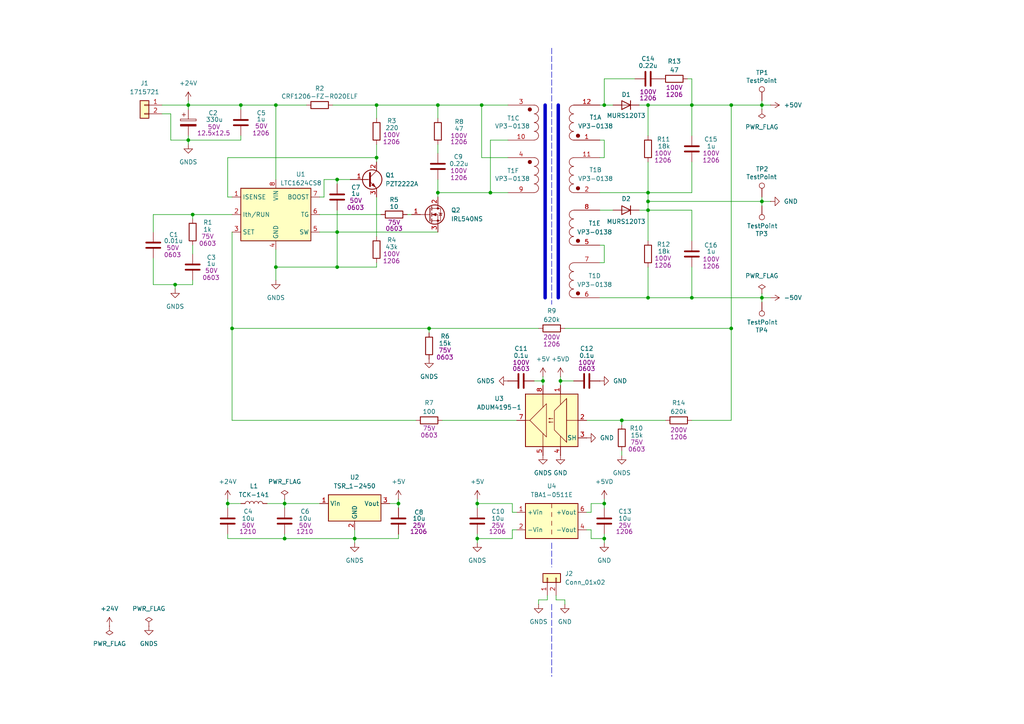
<source format=kicad_sch>
(kicad_sch (version 20231120) (generator "eeschema") (generator_version "8.0")
  (paper "A4")
  (lib_symbols
    (symbol "Connector:TestPoint" (pin_numbers hide) (pin_names (offset 0.762) hide)
      (property "Reference" "TP" (at 0 6.858 0))
      (property "Value" "TestPoint" (at 0 5.08 0))
      (symbol "TestPoint_1_1"
        (pin passive line (at 0 0 90) (length 2.54) (name "1") (number "1"))
      )
    )
    (symbol "Connector_Generic:Conn_01x02" (pin_names (offset 1.016) hide)
      (property "Reference" "J" (at 0 2.54 0))
      (property "Value" "Conn_01x02" (at 0 -5.08 0))
      (symbol "Conn_01x02_1_1"
        (pin passive line (at -5.08 0 0) (length 3.81) (name "Pin_1") (number "1"))
        (pin passive line (at -5.08 -2.54 0) (length 3.81) (name "Pin_2") (number "2"))
      )
    )
    (symbol "Converter_DCDC:TBA1-0511E"
      (property "Reference" "U" (at -6.35 6.35 0))
      (property "Value" "TBA1-0511E" (at 2.54 6.35 0))
      (symbol "TBA1-0511E_1_1"
        (pin power_in line (at -10.16 2.54 0) (length 2.54) (name "+Vin") (number "1"))
        (pin power_in line (at -10.16 -2.54 0) (length 2.54) (name "-Vin") (number "2"))
        (pin power_out line (at 10.16 -2.54 180) (length 2.54) (name "-Vout") (number "4"))
        (pin power_out line (at 10.16 2.54 180) (length 2.54) (name "+Vout") (number "6"))
      )
    )
    (symbol "Device:C" (pin_numbers hide) (pin_names (offset 0.254))
      (property "Reference" "C" (at 0.635 2.54 0))
      (property "Value" "C" (at 0.635 -2.54 0))
      (symbol "C_1_1"
        (pin passive line (at 0 3.81 270) (length 2.794) (name "~") (number "1"))
        (pin passive line (at 0 -3.81 90) (length 2.794) (name "~") (number "2"))
      )
    )
    (symbol "Device:C_Polarized" (pin_numbers hide) (pin_names (offset 0.254))
      (property "Reference" "C" (at 0.635 2.54 0))
      (property "Value" "C_Polarized" (at 0.635 -2.54 0))
      (symbol "C_Polarized_1_1"
        (pin passive line (at 0 3.81 270) (length 2.794) (name "~") (number "1"))
        (pin passive line (at 0 -3.81 90) (length 2.794) (name "~") (number "2"))
      )
    )
    (symbol "Device:D" (pin_numbers hide) (pin_names (offset 1.016) hide)
      (property "Reference" "D" (at 0 2.54 0))
      (property "Value" "D" (at 0 -2.54 0))
      (symbol "D_1_1"
        (pin passive line (at -3.81 0 0) (length 2.54) (name "K") (number "1"))
        (pin passive line (at 3.81 0 180) (length 2.54) (name "A") (number "2"))
      )
    )
    (symbol "Device:L" (pin_numbers hide) (pin_names (offset 1.016) hide)
      (property "Reference" "L" (at -1.27 0 90))
      (property "Value" "L" (at 1.905 0 90))
      (symbol "L_1_1"
        (pin passive line (at 0 3.81 270) (length 1.27) (name "1") (number "1"))
        (pin passive line (at 0 -3.81 90) (length 1.27) (name "2") (number "2"))
      )
    )
    (symbol "Device:R" (pin_numbers hide) (pin_names (offset 0))
      (property "Reference" "R" (at 2.032 0 90))
      (property "Value" "R" (at 0 0 90))
      (symbol "R_1_1"
        (pin passive line (at 0 3.81 270) (length 1.27) (name "~") (number "1"))
        (pin passive line (at 0 -3.81 90) (length 1.27) (name "~") (number "2"))
      )
    )
    (symbol "FLYBACK_LTC1624:+50V" (power) (pin_numbers hide) (pin_names (offset 0) hide)
      (property "Value" "+50V" (at 0 3.556 0))
      (symbol "+50V_1_1"
        (pin power_in line (at 0 0 90) (length 0) (name "~") (number "1"))
      )
    )
    (symbol "FLYBACK_LTC1624:-50V" (power) (pin_numbers hide) (pin_names (offset 0) hide)
      (property "Value" "-50V" (at 0 3.556 0))
      (symbol "-50V_1_1"
        (pin power_in line (at 0 0 90) (length 0) (name "~") (number "1"))
      )
    )
    (symbol "FLYBACK_LTC1624:ADUM4195-1" (pin_names (offset 0.381))
      (property "Reference" "U" (at -5.08 10.795 0))
      (property "Value" "ADUM4195-1" (at -5.08 8.89 0))
      (symbol "ADUM4195-1_1_1"
        (pin power_in line (at -2.54 10.16 270) (length 2.54) (name "") (number "1"))
        (pin input line (at -10.16 0 0) (length 2.54) (name "") (number "2"))
        (pin input line (at -10.16 -5.08 0) (length 2.54) (name "SH") (number "3"))
        (pin power_in line (at -2.54 -10.16 90) (length 2.54) (name "") (number "4"))
        (pin power_in line (at 2.54 -10.16 90) (length 2.54) (name "") (number "5"))
        (pin no_connect non_logic (at 6.35 -7.62 90) (length 2.54) hide (name "") (number "6"))
        (pin output line (at 10.16 0 180) (length 2.54) (name "") (number "7"))
        (pin power_in line (at 2.54 10.16 270) (length 2.54) (name "") (number "8"))
      )
    )
    (symbol "FLYBACK_LTC1624:VERSA-PAC"
      (property "Reference" "T" (at 0 10.414 0))
      (property "Value" "VERSA-PAC" (at 0.254 8.636 0))
      (symbol "VERSA-PAC_1_1"
        (pin passive line (at -7.62 5.08 0) (length 7.62) (name "") (number "1"))
        (pin passive line (at -7.62 -5.08 0) (length 7.62) (name "") (number "12"))
      )
      (symbol "VERSA-PAC_2_1"
        (pin passive line (at -7.62 -5.08 0) (length 7.62) (name "") (number "11"))
        (pin passive line (at -7.62 5.08 0) (length 7.62) (name "") (number "2"))
      )
      (symbol "VERSA-PAC_3_1"
        (pin passive line (at -7.62 -5.08 0) (length 7.62) (name "") (number "10"))
        (pin passive line (at -7.62 5.08 0) (length 7.62) (name "") (number "3"))
      )
      (symbol "VERSA-PAC_4_1"
        (pin passive line (at -7.62 5.08 0) (length 7.62) (name "") (number "6"))
        (pin passive line (at -7.62 -5.08 0) (length 7.62) (name "") (number "7"))
      )
      (symbol "VERSA-PAC_5_1"
        (pin passive line (at -7.62 5.08 0) (length 7.62) (name "") (number "5"))
        (pin passive line (at -7.62 -5.08 0) (length 7.62) (name "") (number "8"))
      )
      (symbol "VERSA-PAC_6_1"
        (pin passive line (at -7.62 5.08 0) (length 7.62) (name "") (number "4"))
        (pin passive line (at -7.62 -5.08 0) (length 7.62) (name "") (number "9"))
      )
    )
    (symbol "Regulator_Controller:LTC1624CS8"
      (property "Reference" "U" (at -8.89 8.89 0))
      (property "Value" "LTC1624CS8" (at 1.27 8.89 0))
      (symbol "LTC1624CS8_1_1"
        (pin input line (at -12.7 5.08 0) (length 2.54) (name "ISENSE") (number "1"))
        (pin input line (at -12.7 0 0) (length 2.54) (name "Ith/RUN") (number "2"))
        (pin input line (at -12.7 -5.08 0) (length 2.54) (name "SET") (number "3"))
        (pin power_in line (at 0 -10.16 90) (length 2.54) (name "GND") (number "4"))
        (pin input line (at 12.7 -5.08 180) (length 2.54) (name "SW") (number "5"))
        (pin open_collector line (at 12.7 0 180) (length 2.54) (name "TG") (number "6"))
        (pin output line (at 12.7 5.08 180) (length 2.54) (name "BOOST") (number "7"))
        (pin power_in line (at 0 10.16 270) (length 2.54) (name "VIN") (number "8"))
      )
    )
    (symbol "Regulator_Switching:TSR_1-2450"
      (property "Reference" "U" (at -7.62 6.35 0))
      (property "Value" "TSR_1-2450" (at -1.27 6.35 0))
      (symbol "TSR_1-2450_1_1"
        (pin power_in line (at -10.16 2.54 0) (length 2.54) (name "Vin") (number "1"))
        (pin power_in line (at 0 -5.08 90) (length 2.54) (name "GND") (number "2"))
        (pin power_out line (at 10.16 2.54 180) (length 2.54) (name "Vout") (number "3"))
      )
    )
    (symbol "Transistor_BJT:PZT2222A" (pin_names (offset 0) hide)
      (property "Reference" "Q" (at 5.08 1.905 0))
      (property "Value" "PZT2222A" (at 5.08 0 0))
      (symbol "PZT2222A_1_1"
        (pin input line (at -5.08 0 0) (length 5.08) (name "B") (number "1"))
        (pin passive line (at 2.54 5.08 270) (length 2.54) (name "C") (number "2"))
        (pin passive line (at 2.54 -5.08 90) (length 2.54) (name "E") (number "3"))
      )
    )
    (symbol "Transistor_FET:IRF540N" (pin_names hide)
      (property "Reference" "Q" (at 5.08 1.905 0))
      (property "Value" "IRF540N" (at 5.08 0 0))
      (symbol "IRF540N_1_1"
        (pin input line (at -5.08 0 0) (length 2.54) (name "G") (number "1"))
        (pin passive line (at 2.54 5.08 270) (length 2.54) (name "D") (number "2"))
        (pin passive line (at 2.54 -5.08 90) (length 2.54) (name "S") (number "3"))
      )
    )
    (symbol "power:+24V" (power) (pin_numbers hide) (pin_names (offset 0) hide)
      (property "Value" "+24V" (at 0 3.556 0))
      (symbol "+24V_1_1"
        (pin power_in line (at 0 0 90) (length 0) (name "~") (number "1"))
      )
    )
    (symbol "power:+5V" (power) (pin_numbers hide) (pin_names (offset 0) hide)
      (property "Value" "+5V" (at 0 3.556 0))
      (symbol "+5V_1_1"
        (pin power_in line (at 0 0 90) (length 0) (name "~") (number "1"))
      )
    )
    (symbol "power:+5VD" (power) (pin_numbers hide) (pin_names (offset 0) hide)
      (property "Value" "+5VD" (at 0 3.556 0))
      (symbol "+5VD_1_1"
        (pin power_in line (at 0 0 90) (length 0) (name "~") (number "1"))
      )
    )
    (symbol "power:GND" (power) (pin_numbers hide) (pin_names (offset 0) hide)
      (property "Value" "GND" (at 0 -3.81 0))
      (symbol "GND_1_1"
        (pin power_in line (at 0 0 270) (length 0) (name "~") (number "1"))
      )
    )
    (symbol "power:GNDS" (power) (pin_numbers hide) (pin_names (offset 0) hide)
      (property "Value" "GNDS" (at 0 -3.81 0))
      (symbol "GNDS_1_1"
        (pin power_in line (at 0 0 270) (length 0) (name "~") (number "1"))
      )
    )
    (symbol "power:PWR_FLAG" (power) (pin_numbers hide) (pin_names (offset 0) hide)
      (property "Value" "PWR_FLAG" (at 0 3.81 0))
      (symbol "PWR_FLAG_0_0"
        (pin power_out line (at 0 0 90) (length 0) (name "~") (number "1"))
      )
    )
  )
  (junction (at 109.22 30.48))
  (junction (at 82.55 156.21))
  (junction (at 157.48 110.49))
  (junction (at 220.98 86.36))
  (junction (at 175.26 156.21))
  (junction (at 80.01 77.47))
  (junction (at 66.04 146.05))
  (junction (at 82.55 146.05))
  (junction (at 200.66 30.48))
  (junction (at 80.01 30.48))
  (junction (at 142.24 55.88))
  (junction (at 187.96 55.88))
  (junction (at 97.79 67.31))
  (junction (at 180.34 121.92))
  (junction (at 55.88 62.23))
  (junction (at 187.96 58.42))
  (junction (at 175.26 30.48))
  (junction (at 162.56 110.49))
  (junction (at 212.09 30.48))
  (junction (at 187.96 60.96))
  (junction (at 67.31 95.25))
  (junction (at 138.43 156.21))
  (junction (at 54.61 30.48))
  (junction (at 102.87 156.21))
  (junction (at 138.43 146.05))
  (junction (at 139.7 30.48))
  (junction (at 127 55.88))
  (junction (at 97.79 77.47))
  (junction (at 50.8 82.55))
  (junction (at 200.66 86.36))
  (junction (at 69.85 30.48))
  (junction (at 220.98 30.48))
  (junction (at 175.26 146.05))
  (junction (at 127 30.48))
  (junction (at 115.57 146.05))
  (junction (at 54.61 40.64))
  (junction (at 109.22 45.72))
  (junction (at 187.96 86.36))
  (junction (at 187.96 30.48))
  (junction (at 212.09 95.25))
  (junction (at 97.79 52.07))
  (junction (at 124.46 95.25))
  (junction (at 220.98 58.42))
  (polyline (pts (xy 160.02 157.48) (xy 160.02 164.465)) (stroke (width 0) (type dash)))
  (wire (pts (xy 162.56 110.49) (xy 166.37 110.49)))
  (wire (pts (xy 109.22 30.48) (xy 127 30.48)))
  (wire (pts (xy 148.59 153.67) (xy 148.59 156.21)))
  (wire (pts (xy 82.55 144.78) (xy 82.55 146.05)))
  (wire (pts (xy 127 30.48) (xy 139.7 30.48)))
  (wire (pts (xy 44.45 62.23) (xy 55.88 62.23)))
  (polyline (pts (xy 160.02 175.26) (xy 160.02 196.215)) (stroke (width 0) (type dash)))
  (wire (pts (xy 200.66 86.36) (xy 200.66 77.47)))
  (wire (pts (xy 161.29 173.99) (xy 163.83 173.99)))
  (wire (pts (xy 220.98 57.15) (xy 220.98 58.42)))
  (wire (pts (xy 200.66 30.48) (xy 212.09 30.48)))
  (wire (pts (xy 82.55 156.21) (xy 102.87 156.21)))
  (wire (pts (xy 173.99 40.64) (xy 175.26 40.64)))
  (wire (pts (xy 170.18 121.92) (xy 180.34 121.92)))
  (wire (pts (xy 49.53 40.64) (xy 49.53 33.02)))
  (wire (pts (xy 49.53 33.02) (xy 46.99 33.02)))
  (wire (pts (xy 173.99 86.36) (xy 187.96 86.36)))
  (wire (pts (xy 220.98 30.48) (xy 223.52 30.48)))
  (wire (pts (xy 220.98 85.09) (xy 220.98 86.36)))
  (wire (pts (xy 156.21 173.99) (xy 158.75 173.99)))
  (wire (pts (xy 69.85 31.75) (xy 69.85 30.48)))
  (wire (pts (xy 92.71 62.23) (xy 110.49 62.23)))
  (wire (pts (xy 67.31 62.23) (xy 55.88 62.23)))
  (wire (pts (xy 200.66 55.88) (xy 200.66 46.99)))
  (wire (pts (xy 175.26 147.32) (xy 175.26 146.05)))
  (wire (pts (xy 80.01 52.07) (xy 80.01 30.48)))
  (wire (pts (xy 220.98 30.48) (xy 220.98 31.75)))
  (wire (pts (xy 187.96 46.99) (xy 187.96 55.88)))
  (wire (pts (xy 50.8 82.55) (xy 44.45 82.55)))
  (wire (pts (xy 138.43 144.78) (xy 138.43 146.05)))
  (wire (pts (xy 200.66 86.36) (xy 220.98 86.36)))
  (wire (pts (xy 187.96 30.48) (xy 200.66 30.48)))
  (wire (pts (xy 97.79 52.07) (xy 97.79 53.34)))
  (wire (pts (xy 138.43 156.21) (xy 138.43 154.94)))
  (wire (pts (xy 142.24 55.88) (xy 127 55.88)))
  (wire (pts (xy 187.96 77.47) (xy 187.96 86.36)))
  (wire (pts (xy 157.48 110.49) (xy 157.48 111.76)))
  (polyline (pts (xy 161.925 30.48) (xy 161.925 86.36)) (stroke (width 1)))
  (wire (pts (xy 97.79 77.47) (xy 80.01 77.47)))
  (wire (pts (xy 54.61 30.48) (xy 54.61 31.75)))
  (wire (pts (xy 200.66 22.86) (xy 200.66 30.48)))
  (wire (pts (xy 187.96 58.42) (xy 187.96 60.96)))
  (wire (pts (xy 220.98 29.21) (xy 220.98 30.48)))
  (wire (pts (xy 109.22 34.29) (xy 109.22 30.48)))
  (wire (pts (xy 82.55 146.05) (xy 92.71 146.05)))
  (wire (pts (xy 54.61 40.64) (xy 69.85 40.64)))
  (wire (pts (xy 220.98 58.42) (xy 223.52 58.42)))
  (wire (pts (xy 97.79 67.31) (xy 127 67.31)))
  (wire (pts (xy 173.99 30.48) (xy 175.26 30.48)))
  (wire (pts (xy 170.18 153.67) (xy 171.45 153.67)))
  (wire (pts (xy 67.31 57.15) (xy 66.04 57.15)))
  (wire (pts (xy 142.24 40.64) (xy 142.24 55.88)))
  (wire (pts (xy 66.04 144.78) (xy 66.04 146.05)))
  (wire (pts (xy 220.98 58.42) (xy 220.98 59.69)))
  (wire (pts (xy 187.96 60.96) (xy 187.96 69.85)))
  (wire (pts (xy 93.98 52.07) (xy 97.79 52.07)))
  (wire (pts (xy 67.31 95.25) (xy 124.46 95.25)))
  (wire (pts (xy 161.29 172.72) (xy 161.29 173.99)))
  (wire (pts (xy 142.24 55.88) (xy 147.32 55.88)))
  (wire (pts (xy 102.87 156.21) (xy 115.57 156.21)))
  (wire (pts (xy 148.59 156.21) (xy 138.43 156.21)))
  (wire (pts (xy 180.34 121.92) (xy 180.34 123.19)))
  (wire (pts (xy 69.85 30.48) (xy 80.01 30.48)))
  (wire (pts (xy 175.26 146.05) (xy 171.45 146.05)))
  (wire (pts (xy 187.96 30.48) (xy 187.96 39.37)))
  (wire (pts (xy 187.96 55.88) (xy 187.96 58.42)))
  (wire (pts (xy 44.45 67.31) (xy 44.45 62.23)))
  (wire (pts (xy 109.22 77.47) (xy 109.22 76.2)))
  (wire (pts (xy 67.31 95.25) (xy 67.31 121.92)))
  (wire (pts (xy 163.83 173.99) (xy 163.83 175.26)))
  (wire (pts (xy 80.01 77.47) (xy 80.01 81.28)))
  (wire (pts (xy 82.55 156.21) (xy 82.55 154.94)))
  (wire (pts (xy 148.59 146.05) (xy 148.59 148.59)))
  (wire (pts (xy 149.86 121.92) (xy 128.27 121.92)))
  (wire (pts (xy 147.32 45.72) (xy 139.7 45.72)))
  (wire (pts (xy 187.96 58.42) (xy 220.98 58.42)))
  (wire (pts (xy 171.45 153.67) (xy 171.45 156.21)))
  (wire (pts (xy 127 34.29) (xy 127 30.48)))
  (wire (pts (xy 139.7 45.72) (xy 139.7 30.48)))
  (wire (pts (xy 173.99 45.72) (xy 175.26 45.72)))
  (wire (pts (xy 102.87 153.67) (xy 102.87 156.21)))
  (wire (pts (xy 93.98 57.15) (xy 93.98 52.07)))
  (wire (pts (xy 54.61 39.37) (xy 54.61 40.64)))
  (wire (pts (xy 185.42 30.48) (xy 187.96 30.48)))
  (wire (pts (xy 66.04 57.15) (xy 66.04 45.72)))
  (wire (pts (xy 185.42 60.96) (xy 187.96 60.96)))
  (wire (pts (xy 173.99 60.96) (xy 177.8 60.96)))
  (wire (pts (xy 109.22 41.91) (xy 109.22 45.72)))
  (wire (pts (xy 138.43 146.05) (xy 148.59 146.05)))
  (wire (pts (xy 92.71 57.15) (xy 93.98 57.15)))
  (wire (pts (xy 180.34 121.92) (xy 193.04 121.92)))
  (wire (pts (xy 220.98 86.36) (xy 220.98 87.63)))
  (wire (pts (xy 55.88 73.66) (xy 55.88 71.12)))
  (wire (pts (xy 180.34 130.81) (xy 180.34 132.08)))
  (wire (pts (xy 163.83 95.25) (xy 212.09 95.25)))
  (wire (pts (xy 212.09 95.25) (xy 212.09 121.92)))
  (wire (pts (xy 200.66 39.37) (xy 200.66 30.48)))
  (wire (pts (xy 55.88 82.55) (xy 50.8 82.55)))
  (wire (pts (xy 69.85 146.05) (xy 66.04 146.05)))
  (wire (pts (xy 171.45 146.05) (xy 171.45 148.59)))
  (wire (pts (xy 124.46 95.25) (xy 124.46 96.52)))
  (wire (pts (xy 109.22 45.72) (xy 109.22 46.99)))
  (polyline (pts (xy 158.115 30.48) (xy 158.115 86.36)) (stroke (width 1)))
  (wire (pts (xy 97.79 77.47) (xy 109.22 77.47)))
  (wire (pts (xy 173.99 71.12) (xy 175.26 71.12)))
  (wire (pts (xy 138.43 156.21) (xy 138.43 157.48)))
  (wire (pts (xy 109.22 57.15) (xy 109.22 68.58)))
  (wire (pts (xy 55.88 63.5) (xy 55.88 62.23)))
  (wire (pts (xy 187.96 55.88) (xy 200.66 55.88)))
  (wire (pts (xy 175.26 76.2) (xy 175.26 71.12)))
  (wire (pts (xy 127 55.88) (xy 127 52.07)))
  (wire (pts (xy 80.01 77.47) (xy 80.01 72.39)))
  (wire (pts (xy 69.85 40.64) (xy 69.85 39.37)))
  (wire (pts (xy 115.57 144.78) (xy 115.57 146.05)))
  (wire (pts (xy 55.88 81.28) (xy 55.88 82.55)))
  (wire (pts (xy 162.56 110.49) (xy 162.56 111.76)))
  (wire (pts (xy 113.03 146.05) (xy 115.57 146.05)))
  (wire (pts (xy 127 44.45) (xy 127 41.91)))
  (wire (pts (xy 175.26 156.21) (xy 175.26 154.94)))
  (wire (pts (xy 96.52 30.48) (xy 109.22 30.48)))
  (wire (pts (xy 50.8 82.55) (xy 50.8 83.82)))
  (wire (pts (xy 102.87 156.21) (xy 102.87 157.48)))
  (wire (pts (xy 175.26 30.48) (xy 177.8 30.48)))
  (wire (pts (xy 200.66 121.92) (xy 212.09 121.92)))
  (wire (pts (xy 54.61 40.64) (xy 54.61 41.91)))
  (wire (pts (xy 199.39 22.86) (xy 200.66 22.86)))
  (wire (pts (xy 139.7 30.48) (xy 147.32 30.48)))
  (wire (pts (xy 175.26 144.78) (xy 175.26 146.05)))
  (wire (pts (xy 187.96 86.36) (xy 200.66 86.36)))
  (wire (pts (xy 173.99 76.2) (xy 175.26 76.2)))
  (wire (pts (xy 82.55 147.32) (xy 82.55 146.05)))
  (wire (pts (xy 54.61 30.48) (xy 69.85 30.48)))
  (wire (pts (xy 120.65 121.92) (xy 67.31 121.92)))
  (wire (pts (xy 97.79 67.31) (xy 97.79 77.47)))
  (wire (pts (xy 115.57 154.94) (xy 115.57 156.21)))
  (wire (pts (xy 46.99 30.48) (xy 54.61 30.48)))
  (wire (pts (xy 157.48 109.22) (xy 157.48 110.49)))
  (wire (pts (xy 158.75 172.72) (xy 158.75 173.99)))
  (wire (pts (xy 220.98 86.36) (xy 223.52 86.36)))
  (wire (pts (xy 138.43 147.32) (xy 138.43 146.05)))
  (wire (pts (xy 148.59 148.59) (xy 149.86 148.59)))
  (wire (pts (xy 66.04 146.05) (xy 66.04 147.32)))
  (wire (pts (xy 66.04 45.72) (xy 109.22 45.72)))
  (wire (pts (xy 171.45 156.21) (xy 175.26 156.21)))
  (wire (pts (xy 212.09 95.25) (xy 212.09 30.48)))
  (wire (pts (xy 154.94 110.49) (xy 157.48 110.49)))
  (wire (pts (xy 147.32 40.64) (xy 142.24 40.64)))
  (wire (pts (xy 115.57 146.05) (xy 115.57 147.32)))
  (wire (pts (xy 175.26 22.86) (xy 184.15 22.86)))
  (wire (pts (xy 171.45 148.59) (xy 170.18 148.59)))
  (wire (pts (xy 66.04 154.94) (xy 66.04 156.21)))
  (wire (pts (xy 156.21 175.26) (xy 156.21 173.99)))
  (wire (pts (xy 97.79 52.07) (xy 101.6 52.07)))
  (wire (pts (xy 175.26 156.21) (xy 175.26 157.48)))
  (wire (pts (xy 124.46 95.25) (xy 156.21 95.25)))
  (wire (pts (xy 127 55.88) (xy 127 57.15)))
  (wire (pts (xy 162.56 109.22) (xy 162.56 110.49)))
  (wire (pts (xy 200.66 60.96) (xy 187.96 60.96)))
  (wire (pts (xy 200.66 69.85) (xy 200.66 60.96)))
  (wire (pts (xy 149.86 153.67) (xy 148.59 153.67)))
  (wire (pts (xy 67.31 95.25) (xy 67.31 67.31)))
  (wire (pts (xy 54.61 40.64) (xy 49.53 40.64)))
  (wire (pts (xy 97.79 67.31) (xy 92.71 67.31)))
  (wire (pts (xy 118.11 62.23) (xy 119.38 62.23)))
  (wire (pts (xy 173.99 55.88) (xy 187.96 55.88)))
  (wire (pts (xy 54.61 29.21) (xy 54.61 30.48)))
  (wire (pts (xy 80.01 30.48) (xy 88.9 30.48)))
  (wire (pts (xy 175.26 30.48) (xy 175.26 22.86)))
  (wire (pts (xy 44.45 74.93) (xy 44.45 82.55)))
  (wire (pts (xy 97.79 60.96) (xy 97.79 67.31)))
  (wire (pts (xy 77.47 146.05) (xy 82.55 146.05)))
  (wire (pts (xy 175.26 45.72) (xy 175.26 40.64)))
  (wire (pts (xy 82.55 156.21) (xy 66.04 156.21)))
  (polyline (pts (xy 160.02 13.97) (xy 160.02 88.265)) (stroke (width 0) (type dash)))
  (wire (pts (xy 212.09 30.48) (xy 220.98 30.48)))
  (symbol (lib_id "Device:R") (at 180.34 127 180) (unit 1)
    (property "Reference" "R10" (at 182.626 124.206 0) (effects (justify right)))
    (property "Value" "15k" (at 182.88 126.2379 0) (effects (justify right)))
    (property "Footprint" "Resistor_SMD:R_0603_1608Metric_Pad0.98x0.95mm_HandSolder" (effects (hide yes)))
    (property "Description" "Resistor" (effects (hide yes)))
    (property "Voltage" "75V" (at 184.658 128.27 0))
    (property "Package" "0603" (at 184.658 130.302 0))
  )
  (symbol (lib_id "Device:C") (at 170.18 110.49 90) (unit 1)
    (property "Reference" "C12" (at 170.18 101.092 90))
    (property "Value" "0.1u" (at 170.18 103.124 90))
    (property "Footprint" "Capacitor_SMD:C_0603_1608Metric_Pad1.08x0.95mm_HandSolder" (effects (hide yes)))
    (property "Description" "Unpolarized capacitor" (effects (hide yes)))
    (property "Voltage" "100V" (at 170.18 105.156 90))
    (property "Package" "0603" (at 170.18 106.934 90))
  )
  (symbol (lib_id "FLYBACK_LTC1624:-50V") (at 223.52 86.36 270) (unit 1)
    (property "Reference" "#PWR027" (effects (hide yes)))
    (property "Value" "-50V" (at 227.33 86.3599 90) (effects (justify left)))
    (property "Description" "Power symbol" (effects (hide yes)))
  )
  (symbol (lib_id "Regulator_Switching:TSR_1-2450") (at 102.87 148.59 0) (unit 1)
    (property "Reference" "U2" (at 102.87 138.43 0))
    (property "Value" "TSR_1-2450" (at 102.87 140.97 0))
    (property "Footprint" "Converter_DCDC:Converter_DCDC_TRACO_TSR-1_THT" (effects (hide yes)))
    (property "Datasheet" "http://www.tracopower.com/products/tsr1.pdf" (effects (hide yes)))
    (property "Description" "1A step-down regulator module, fixed 5V output voltage, 5-36V input voltage, -40°C to +85°C temperature range, TO-220 compatible LM78xx replacement" (effects (hide yes)))
  )
  (symbol (lib_id "power:GNDS") (at 80.01 81.28 0) (unit 1)
    (property "Reference" "#PWR07" (effects (hide yes)))
    (property "Value" "GNDS" (at 80.01 86.36 0))
    (property "Description" "Power symbol creates a global label with name \"GNDS\" , signal ground" (effects (hide yes)))
  )
  (symbol (lib_id "Connector_Generic:Conn_01x02") (at 158.75 167.64 90) (unit 1)
    (property "Reference" "J2" (at 163.83 166.3699 90) (effects (justify right)))
    (property "Value" "Conn_01x02" (at 163.83 168.9099 90) (effects (justify right)))
    (property "Footprint" "Connector_PinHeader_2.54mm:PinHeader_1x02_P2.54mm_Vertical" (effects (hide yes)))
    (property "Description" "Generic connector, single row, 01x02, script generated (kicad-library-utils/schlib/autogen/connector/)" (effects (hide yes)))
  )
  (symbol (lib_id "Device:C") (at 187.96 22.86 90) (unit 1)
    (property "Reference" "C14" (at 187.96 17.018 90))
    (property "Value" "0.22u" (at 187.96 19.05 90))
    (property "Footprint" "Capacitor_SMD:C_1206_3216Metric_Pad1.33x1.80mm_HandSolder" (effects (hide yes)))
    (property "Description" "Unpolarized capacitor" (effects (hide yes)))
    (property "Voltage" "100V" (at 187.96 26.67 90))
    (property "Package" "1206" (at 187.96 28.448 90))
  )
  (symbol (lib_id "Device:L") (at 73.66 146.05 90) (unit 1)
    (property "Reference" "L1" (at 73.66 140.97 90))
    (property "Value" "TCK-141" (at 73.66 143.51 90))
    (property "Footprint" "FLYBACK_LTC1624:TCK-141" (effects (hide yes)))
    (property "Description" "Inductor" (effects (hide yes)))
  )
  (symbol (lib_id "power:GND") (at 175.26 157.48 0) (unit 1)
    (property "Reference" "#PWR023" (effects (hide yes)))
    (property "Value" "GND" (at 175.26 162.56 0))
    (property "Description" "Power symbol creates a global label with name \"GND\" , ground" (effects (hide yes)))
  )
  (symbol (lib_id "power:GNDS") (at 138.43 157.48 0) (unit 1)
    (property "Reference" "#PWR012" (effects (hide yes)))
    (property "Value" "GNDS" (at 138.43 162.56 0))
    (property "Description" "Power symbol creates a global label with name \"GNDS\" , signal ground" (effects (hide yes)))
  )
  (symbol (lib_id "Connector:TestPoint") (at 220.98 87.63 180) (unit 1)
    (property "Reference" "TP4" (at 222.758 95.758 0) (effects (justify left)))
    (property "Value" "TestPoint" (at 225.552 93.472 0) (effects (justify left)))
    (property "Footprint" "TestPoint:TestPoint_THTPad_D3.0mm_Drill1.5mm" (effects (hide yes)))
    (property "Description" "test point" (effects (hide yes)))
  )
  (symbol (lib_id "power:PWR_FLAG") (at 220.98 85.09 0) (unit 1)
    (property "Reference" "#FLG05" (effects (hide yes)))
    (property "Value" "PWR_FLAG" (at 220.98 80.01 0))
    (property "Description" "Special symbol for telling ERC where power comes from" (effects (hide yes)))
  )
  (symbol (lib_id "Device:R") (at 196.85 121.92 90) (unit 1)
    (property "Reference" "R14" (at 196.85 116.84 90))
    (property "Value" "620k" (at 196.85 119.38 90))
    (property "Footprint" "Resistor_SMD:R_1206_3216Metric_Pad1.30x1.75mm_HandSolder" (effects (hide yes)))
    (property "Description" "Resistor" (effects (hide yes)))
    (property "Voltage" "200V" (at 196.85 124.714 90))
    (property "Package" "1206" (at 196.85 126.746 90))
  )
  (symbol (lib_id "Device:R") (at 124.46 100.33 180) (unit 1)
    (property "Reference" "R6" (at 127.762 97.536 0) (effects (justify right)))
    (property "Value" "15k" (at 127.254 99.568 0) (effects (justify right)))
    (property "Footprint" "Resistor_SMD:R_0603_1608Metric_Pad0.98x0.95mm_HandSolder" (effects (hide yes)))
    (property "Description" "Resistor" (effects (hide yes)))
    (property "Voltage" "75V" (at 129.032 101.6 0))
    (property "Package" "0603" (at 129.032 103.632 0))
  )
  (symbol (lib_id "power:PWR_FLAG") (at 43.18 181.61 0) (unit 1)
    (property "Reference" "#FLG02" (effects (hide yes)))
    (property "Value" "PWR_FLAG" (at 43.18 176.53 0))
    (property "Description" "Special symbol for telling ERC where power comes from" (effects (hide yes)))
  )
  (symbol (lib_id "power:+5V") (at 115.57 144.78 0) (unit 1)
    (property "Reference" "#PWR09" (effects (hide yes)))
    (property "Value" "+5V" (at 115.57 139.7 0))
    (property "Description" "Power symbol creates a global label with name \"+5V\"" (effects (hide yes)))
  )
  (symbol (lib_id "power:PWR_FLAG") (at 31.75 181.61 180) (unit 1)
    (property "Reference" "#FLG01" (effects (hide yes)))
    (property "Value" "PWR_FLAG" (at 31.75 186.69 0))
    (property "Description" "Special symbol for telling ERC where power comes from" (effects (hide yes)))
  )
  (symbol (lib_id "power:GNDS") (at 54.61 41.91 0) (unit 1)
    (property "Reference" "#PWR05" (effects (hide yes)))
    (property "Value" "GNDS" (at 54.61 46.99 0))
    (property "Description" "Power symbol creates a global label with name \"GNDS\" , signal ground" (effects (hide yes)))
  )
  (symbol (lib_id "power:GNDS") (at 147.32 110.49 270) (unit 1)
    (property "Reference" "#PWR013" (effects (hide yes)))
    (property "Value" "GNDS" (at 143.51 110.4899 90) (effects (justify right)))
    (property "Description" "Power symbol creates a global label with name \"GNDS\" , signal ground" (effects (hide yes)))
  )
  (symbol (lib_id "power:GND") (at 170.18 127 90) (unit 1)
    (property "Reference" "#PWR020" (effects (hide yes)))
    (property "Value" "GND" (at 173.99 126.9999 90) (effects (justify right)))
    (property "Description" "Power symbol creates a global label with name \"GND\" , ground" (effects (hide yes)))
  )
  (symbol (lib_id "FLYBACK_LTC1624:VERSA-PAC") (at 166.37 81.28 180) (unit 4)
    (property "Reference" "T1" (at 172.466 80.01 0))
    (property "Value" "VP3-0138" (at 172.466 82.55 0))
    (property "Footprint" "FLYBACK_LTC1624:VP3" (effects (hide yes)))
    (property "Datasheet" "https://products.sumida.com/products/pdf/CEFD2010(0399-T208)_Ver1.0_E.pdf" (effects (hide yes)))
    (property "Description" "VERSA-PAC® Inductors and Transformers (Surface Mount)" (effects (hide yes)))
  )
  (symbol (lib_id "FLYBACK_LTC1624:VERSA-PAC") (at 154.94 50.8 0) (unit 6)
    (property "Reference" "T1" (at 147.066 49.53 0) (effects (justify left)))
    (property "Value" "VP3-0138" (at 143.51 51.816 0) (effects (justify left)))
    (property "Footprint" "FLYBACK_LTC1624:VP3" (effects (hide yes)))
    (property "Datasheet" "https://products.sumida.com/products/pdf/CEFD2010(0399-T208)_Ver1.0_E.pdf" (effects (hide yes)))
    (property "Description" "VERSA-PAC® Inductors and Transformers (Surface Mount)" (effects (hide yes)))
  )
  (symbol (lib_id "FLYBACK_LTC1624:+50V") (at 223.52 30.48 270) (unit 1)
    (property "Reference" "#PWR025" (effects (hide yes)))
    (property "Value" "+50V" (at 227.33 30.4799 90) (effects (justify left)))
    (property "Description" "Power symbol" (effects (hide yes)))
  )
  (symbol (lib_id "Device:C") (at 127 48.26 0) (unit 1)
    (property "Reference" "C9" (at 131.572 45.466 0) (effects (justify left)))
    (property "Value" "0.22u" (at 130.302 47.498 0) (effects (justify left)))
    (property "Footprint" "Capacitor_SMD:C_1206_3216Metric_Pad1.33x1.80mm_HandSolder" (effects (hide yes)))
    (property "Description" "Unpolarized capacitor" (effects (hide yes)))
    (property "Voltage" "100V" (at 130.556 49.53 0) (effects (justify left)))
    (property "Package" "1206" (at 130.556 51.562 0) (effects (justify left)))
  )
  (symbol (lib_id "Transistor_FET:IRF540N") (at 124.46 62.23 0) (unit 1)
    (property "Reference" "Q2" (at 130.81 60.9599 0) (effects (justify left)))
    (property "Value" "IRL540NS" (at 130.81 63.4999 0) (effects (justify left)))
    (property "Footprint" "Package_TO_SOT_SMD:TO-263-2" (effects (hide yes)))
    (property "Datasheet" "http://www.irf.com/product-info/datasheets/data/irf540n.pdf" (effects (hide yes)))
    (property "Description" "33A Id, 100V Vds, HEXFET N-Channel MOSFET, TO-220" (effects (hide yes)))
  )
  (symbol (lib_id "power:GNDS") (at 43.18 181.61 0) (unit 1)
    (property "Reference" "#PWR02" (effects (hide yes)))
    (property "Value" "GNDS" (at 43.18 186.69 0))
    (property "Description" "Power symbol creates a global label with name \"GNDS\" , signal ground" (effects (hide yes)))
  )
  (symbol (lib_id "Regulator_Controller:LTC1624CS8") (at 80.01 62.23 0) (unit 1)
    (property "Reference" "U1" (at 85.852 50.546 0) (effects (justify left)))
    (property "Value" "LTC1624CS8" (at 81.28 53.086 0) (effects (justify left)))
    (property "Footprint" "Package_SO:SOIC-8_3.9x4.9mm_P1.27mm" (effects (hide yes)))
    (property "Datasheet" "https://www.analog.com/media/en/technical-documentation/data-sheets/1624f.pdf" (effects (hide yes)))
    (property "Description" "High Efficiency N-Channel Switching Regulator Controller, SOIC-8" (effects (hide yes)))
  )
  (symbol (lib_id "Connector:TestPoint") (at 220.98 29.21 0) (unit 1)
    (property "Reference" "TP1" (at 219.202 21.082 0) (effects (justify left)))
    (property "Value" "TestPoint" (at 216.408 23.368 0) (effects (justify left)))
    (property "Footprint" "TestPoint:TestPoint_THTPad_D3.0mm_Drill1.5mm" (effects (hide yes)))
    (property "Description" "test point" (effects (hide yes)))
  )
  (symbol (lib_id "Device:C") (at 115.57 151.13 0) (unit 1)
    (property "Reference" "C8" (at 120.142 148.59 0) (effects (justify left)))
    (property "Value" "10u" (at 119.634 150.368 0) (effects (justify left)))
    (property "Footprint" "Capacitor_SMD:C_1206_3216Metric_Pad1.33x1.80mm_HandSolder" (effects (hide yes)))
    (property "Description" "Unpolarized capacitor" (effects (hide yes)))
    (property "Voltage" "25V" (at 119.634 152.4 0) (effects (justify left)))
    (property "Package" "1206" (at 118.872 154.178 0) (effects (justify left)))
  )
  (symbol (lib_id "power:GND") (at 163.83 175.26 0) (unit 1)
    (property "Reference" "#PWR019" (effects (hide yes)))
    (property "Value" "GND" (at 163.83 180.34 0))
    (property "Description" "Power symbol creates a global label with name \"GND\" , ground" (effects (hide yes)))
  )
  (symbol (lib_id "Device:R") (at 109.22 38.1 0) (unit 1)
    (property "Reference" "R3" (at 112.268 35.052 0) (effects (justify left)))
    (property "Value" "220" (at 111.76 37.0839 0) (effects (justify left)))
    (property "Footprint" "Resistor_SMD:R_1206_3216Metric_Pad1.30x1.75mm_HandSolder" (effects (hide yes)))
    (property "Description" "Resistor" (effects (hide yes)))
    (property "Voltage" "100V" (at 113.538 39.116 0))
    (property "Package" "1206" (at 113.538 41.148 0))
  )
  (symbol (lib_id "power:+5VD") (at 162.56 109.22 0) (unit 1)
    (property "Reference" "#PWR017" (effects (hide yes)))
    (property "Value" "+5VD" (at 162.56 104.14 0))
    (property "Description" "Power symbol creates a global label with name \"+5VD\"" (effects (hide yes)))
  )
  (symbol (lib_id "power:+24V") (at 54.61 29.21 0) (unit 1)
    (property "Reference" "#PWR04" (effects (hide yes)))
    (property "Value" "+24V" (at 54.61 24.13 0))
    (property "Description" "Power symbol creates a global label with name \"+24V\"" (effects (hide yes)))
  )
  (symbol (lib_id "Device:R") (at 109.22 72.39 0) (unit 1)
    (property "Reference" "R4" (at 112.268 69.596 0) (effects (justify left)))
    (property "Value" "43k" (at 111.76 71.628 0) (effects (justify left)))
    (property "Footprint" "Resistor_SMD:R_1206_3216Metric_Pad1.30x1.75mm_HandSolder" (effects (hide yes)))
    (property "Description" "Resistor" (effects (hide yes)))
    (property "Voltage" "100V" (at 113.538 73.66 0))
    (property "Package" "1206" (at 113.538 75.692 0))
  )
  (symbol (lib_id "FLYBACK_LTC1624:VERSA-PAC") (at 166.37 35.56 180) (unit 1)
    (property "Reference" "T1" (at 172.72 34.036 0))
    (property "Value" "VP3-0138" (at 172.72 36.576 0))
    (property "Footprint" "FLYBACK_LTC1624:VP3" (effects (hide yes)))
    (property "Datasheet" "https://products.sumida.com/products/pdf/CEFD2010(0399-T208)_Ver1.0_E.pdf" (effects (hide yes)))
    (property "Description" "VERSA-PAC® Inductors and Transformers (Surface Mount)" (effects (hide yes)))
  )
  (symbol (lib_id "Device:R") (at 187.96 73.66 0) (unit 1)
    (property "Reference" "R12" (at 190.5 70.866 0) (effects (justify left)))
    (property "Value" "18k" (at 190.754 72.898 0) (effects (justify left)))
    (property "Footprint" "Resistor_SMD:R_1206_3216Metric_Pad1.30x1.75mm_HandSolder" (effects (hide yes)))
    (property "Description" "Resistor" (effects (hide yes)))
    (property "Voltage" "100V" (at 192.278 74.93 0))
    (property "Package" "1206" (at 192.278 76.962 0))
  )
  (symbol (lib_id "Device:C") (at 200.66 43.18 0) (unit 1)
    (property "Reference" "C15" (at 204.216 40.386 0) (effects (justify left)))
    (property "Value" "1u" (at 204.978 42.418 0) (effects (justify left)))
    (property "Footprint" "Capacitor_SMD:C_1206_3216Metric_Pad1.33x1.80mm_HandSolder" (effects (hide yes)))
    (property "Description" "Unpolarized capacitor" (effects (hide yes)))
    (property "Voltage" "100V" (at 206.248 44.45 0))
    (property "Package" "1206" (at 206.248 46.482 0))
  )
  (symbol (lib_id "power:GNDS") (at 124.46 104.14 0) (unit 1)
    (property "Reference" "#PWR010" (effects (hide yes)))
    (property "Value" "GNDS" (at 124.46 109.22 0))
    (property "Description" "Power symbol creates a global label with name \"GNDS\" , signal ground" (effects (hide yes)))
  )
  (symbol (lib_id "Device:R") (at 127 38.1 0) (unit 1)
    (property "Reference" "R8" (at 131.826 35.306 0) (effects (justify left)))
    (property "Value" "47" (at 131.826 37.338 0) (effects (justify left)))
    (property "Footprint" "Resistor_SMD:R_1206_3216Metric_Pad1.30x1.75mm_HandSolder" (effects (hide yes)))
    (property "Description" "Resistor" (effects (hide yes)))
    (property "Voltage" "100V" (at 133.096 39.37 0))
    (property "Package" "1206" (at 133.096 41.148 0))
  )
  (symbol (lib_id "power:GNDS") (at 156.21 175.26 0) (unit 1)
    (property "Reference" "#PWR014" (effects (hide yes)))
    (property "Value" "GNDS" (at 156.21 180.34 0))
    (property "Description" "Power symbol creates a global label with name \"GNDS\" , signal ground" (effects (hide yes)))
  )
  (symbol (lib_id "FLYBACK_LTC1624:VERSA-PAC") (at 166.37 50.8 180) (unit 2)
    (property "Reference" "T1" (at 172.72 49.276 0))
    (property "Value" "VP3-0138" (at 172.72 51.816 0))
    (property "Footprint" "FLYBACK_LTC1624:VP3" (effects (hide yes)))
    (property "Datasheet" "https://products.sumida.com/products/pdf/CEFD2010(0399-T208)_Ver1.0_E.pdf" (effects (hide yes)))
    (property "Description" "VERSA-PAC® Inductors and Transformers (Surface Mount)" (effects (hide yes)))
  )
  (symbol (lib_id "power:+24V") (at 31.75 181.61 0) (unit 1)
    (property "Reference" "#PWR01" (effects (hide yes)))
    (property "Value" "+24V" (at 31.75 176.53 0))
    (property "Description" "Power symbol creates a global label with name \"+24V\"" (effects (hide yes)))
  )
  (symbol (lib_id "Device:R") (at 195.58 22.86 90) (unit 1)
    (property "Reference" "R13" (at 195.58 17.78 90))
    (property "Value" "47" (at 195.58 20.32 90))
    (property "Footprint" "Resistor_SMD:R_1206_3216Metric_Pad1.30x1.75mm_HandSolder" (effects (hide yes)))
    (property "Description" "Resistor" (effects (hide yes)))
    (property "Voltage" "100V" (at 195.58 25.4 90))
    (property "Package" "1206" (at 195.58 27.432 90))
  )
  (symbol (lib_id "power:GND") (at 162.56 132.08 0) (unit 1)
    (property "Reference" "#PWR018" (effects (hide yes)))
    (property "Value" "GND" (at 162.56 137.16 0))
    (property "Description" "Power symbol creates a global label with name \"GND\" , ground" (effects (hide yes)))
  )
  (symbol (lib_id "Device:C") (at 69.85 35.56 0) (unit 1)
    (property "Reference" "C5" (at 74.422 32.766 0) (effects (justify left)))
    (property "Value" "1u" (at 74.422 34.544 0) (effects (justify left)))
    (property "Footprint" "Capacitor_SMD:C_1206_3216Metric_Pad1.33x1.80mm_HandSolder" (effects (hide yes)))
    (property "Description" "Unpolarized capacitor" (effects (hide yes)))
    (property "Voltage" "50V" (at 73.914 36.576 0) (effects (justify left)))
    (property "Package" "1206" (at 73.152 38.608 0) (effects (justify left)))
  )
  (symbol (lib_id "Device:C") (at 44.45 71.12 0) (unit 1)
    (property "Reference" "C1" (at 49.022 68.072 0) (effects (justify left)))
    (property "Value" "0.01u" (at 47.498 69.85 0) (effects (justify left)))
    (property "Footprint" "Capacitor_SMD:C_0603_1608Metric_Pad1.08x0.95mm_HandSolder" (effects (hide yes)))
    (property "Description" "Unpolarized capacitor" (effects (hide yes)))
    (property "Voltage" "50V" (at 48.26 71.882 0) (effects (justify left)))
    (property "Package" "0603" (at 47.498 73.914 0) (effects (justify left)))
  )
  (symbol (lib_id "Converter_DCDC:TBA1-0511E") (at 160.02 151.13 0) (unit 1)
    (property "Reference" "U4" (at 160.02 140.97 0))
    (property "Value" "TBA1-0511E" (at 160.02 143.51 0))
    (property "Footprint" "Converter_DCDC:Converter_DCDC_TRACO_TBA1-xxxxE_Single_THT" (effects (hide yes)))
    (property "Datasheet" "https://www.tracopower.com/products/tba1e.pdf" (effects (hide yes)))
    (property "Description" "1W DC/DC converter unregulated, 4.5-5.5V input, 5V fixed output voltage, 200mA output, 1.5kVDC isolation, SIP-7" (effects (hide yes)))
  )
  (symbol (lib_id "Transistor_BJT:PZT2222A") (at 106.68 52.07 0) (unit 1)
    (property "Reference" "Q1" (at 111.76 50.7999 0) (effects (justify left)))
    (property "Value" "PZT2222A" (at 111.76 53.3399 0) (effects (justify left)))
    (property "Footprint" "Package_TO_SOT_SMD:SOT-223-3_TabPin2" (effects (hide yes)))
    (property "Datasheet" "https://www.onsemi.com/pub/Collateral/PN2222-D.PDF" (effects (hide yes)))
    (property "Description" "1A Ic, 40V Vce, NPN Transistor, General Purpose Transistor, SOT-223" (effects (hide yes)))
  )
  (symbol (lib_id "power:+5V") (at 157.48 109.22 0) (unit 1)
    (property "Reference" "#PWR015" (effects (hide yes)))
    (property "Value" "+5V" (at 157.48 104.14 0))
    (property "Description" "Power symbol creates a global label with name \"+5V\"" (effects (hide yes)))
  )
  (symbol (lib_id "power:PWR_FLAG") (at 220.98 31.75 180) (unit 1)
    (property "Reference" "#FLG04" (effects (hide yes)))
    (property "Value" "PWR_FLAG" (at 220.98 36.83 0))
    (property "Description" "Special symbol for telling ERC where power comes from" (effects (hide yes)))
  )
  (symbol (lib_id "Device:C") (at 55.88 77.47 0) (unit 1)
    (property "Reference" "C3" (at 59.944 74.676 0) (effects (justify left)))
    (property "Value" "1u" (at 59.944 76.454 0) (effects (justify left)))
    (property "Footprint" "Capacitor_SMD:C_0603_1608Metric_Pad1.08x0.95mm_HandSolder" (effects (hide yes)))
    (property "Description" "Unpolarized capacitor" (effects (hide yes)))
    (property "Voltage" "50V" (at 59.436 78.486 0) (effects (justify left)))
    (property "Package" "0603" (at 58.674 80.518 0) (effects (justify left)))
  )
  (symbol (lib_id "power:+5VD") (at 175.26 144.78 0) (unit 1)
    (property "Reference" "#PWR022" (effects (hide yes)))
    (property "Value" "+5VD" (at 175.26 139.7 0))
    (property "Description" "Power symbol creates a global label with name \"+5VD\"" (effects (hide yes)))
  )
  (symbol (lib_id "Device:R") (at 92.71 30.48 90) (unit 1)
    (property "Reference" "R2" (at 92.71 25.654 90))
    (property "Value" "CRF1206-FZ-R020ELF" (at 92.71 27.94 90))
    (property "Footprint" "Resistor_SMD:R_1206_3216Metric_Pad1.30x1.75mm_HandSolder" (effects (hide yes)))
    (property "Description" "Resistor" (effects (hide yes)))
  )
  (symbol (lib_id "Device:C") (at 200.66 73.66 0) (unit 1)
    (property "Reference" "C16" (at 204.216 71.12 0) (effects (justify left)))
    (property "Value" "1u" (at 204.978 72.8979 0) (effects (justify left)))
    (property "Footprint" "Capacitor_SMD:C_1206_3216Metric_Pad1.33x1.80mm_HandSolder" (effects (hide yes)))
    (property "Description" "Unpolarized capacitor" (effects (hide yes)))
    (property "Voltage" "100V" (at 206.248 75.184 0))
    (property "Package" "1206" (at 206.248 77.216 0))
  )
  (symbol (lib_id "power:+24V") (at 66.04 144.78 0) (unit 1)
    (property "Reference" "#PWR06" (effects (hide yes)))
    (property "Value" "+24V" (at 66.04 139.7 0))
    (property "Description" "Power symbol creates a global label with name \"+24V\"" (effects (hide yes)))
  )
  (symbol (lib_id "power:GNDS") (at 102.87 157.48 0) (unit 1)
    (property "Reference" "#PWR08" (effects (hide yes)))
    (property "Value" "GNDS" (at 102.87 162.56 0))
    (property "Description" "Power symbol creates a global label with name \"GNDS\" , signal ground" (effects (hide yes)))
  )
  (symbol (lib_id "power:GND") (at 173.99 110.49 90) (unit 1)
    (property "Reference" "#PWR021" (effects (hide yes)))
    (property "Value" "GND" (at 177.8 110.4899 90) (effects (justify right)))
    (property "Description" "Power symbol creates a global label with name \"GND\" , ground" (effects (hide yes)))
  )
  (symbol (lib_id "Device:R") (at 124.46 121.92 90) (unit 1)
    (property "Reference" "R7" (at 124.46 116.84 90))
    (property "Value" "100" (at 124.46 119.38 90))
    (property "Footprint" "Resistor_SMD:R_0603_1608Metric_Pad0.98x0.95mm_HandSolder" (effects (hide yes)))
    (property "Description" "Resistor" (effects (hide yes)))
    (property "Voltage" "75V" (at 124.46 124.206 90))
    (property "Package" "0603" (at 124.46 126.238 90))
  )
  (symbol (lib_id "Device:C") (at 175.26 151.13 0) (unit 1)
    (property "Reference" "C13" (at 179.324 148.336 0) (effects (justify left)))
    (property "Value" "10u" (at 179.324 150.368 0) (effects (justify left)))
    (property "Footprint" "Capacitor_SMD:C_1206_3216Metric_Pad1.33x1.80mm_HandSolder" (effects (hide yes)))
    (property "Description" "Unpolarized capacitor" (effects (hide yes)))
    (property "Voltage" "25V" (at 179.324 152.4 0) (effects (justify left)))
    (property "Package" "1206" (at 178.562 154.178 0) (effects (justify left)))
  )
  (symbol (lib_id "FLYBACK_LTC1624:VERSA-PAC") (at 154.94 35.56 0) (unit 3)
    (property "Reference" "T1" (at 147.066 34.29 0) (effects (justify left)))
    (property "Value" "VP3-0138" (at 143.51 36.576 0) (effects (justify left)))
    (property "Footprint" "FLYBACK_LTC1624:VP3" (effects (hide yes)))
    (property "Datasheet" "https://products.sumida.com/products/pdf/CEFD2010(0399-T208)_Ver1.0_E.pdf" (effects (hide yes)))
    (property "Description" "VERSA-PAC® Inductors and Transformers (Surface Mount)" (effects (hide yes)))
  )
  (symbol (lib_id "power:GNDS") (at 180.34 132.08 0) (unit 1)
    (property "Reference" "#PWR024" (effects (hide yes)))
    (property "Value" "GNDS" (at 180.34 137.16 0))
    (property "Description" "Power symbol creates a global label with name \"GNDS\" , signal ground" (effects (hide yes)))
  )
  (symbol (lib_id "Device:C") (at 138.43 151.13 0) (unit 1)
    (property "Reference" "C10" (at 142.494 148.336 0) (effects (justify left)))
    (property "Value" "10u" (at 142.494 150.368 0) (effects (justify left)))
    (property "Footprint" "Capacitor_SMD:C_1206_3216Metric_Pad1.33x1.80mm_HandSolder" (effects (hide yes)))
    (property "Description" "Unpolarized capacitor" (effects (hide yes)))
    (property "Voltage" "25V" (at 142.494 152.4 0) (effects (justify left)))
    (property "Package" "1206" (at 141.732 154.178 0) (effects (justify left)))
  )
  (symbol (lib_id "Device:D") (at 181.61 30.48 180) (unit 1)
    (property "Reference" "D1" (at 181.61 27.432 0))
    (property "Value" "MURS120T3" (at 181.61 33.528 0))
    (property "Footprint" "Diode_SMD:D_SMB" (effects (hide yes)))
    (property "Description" "Diode" (effects (hide yes)))
    (property "Sim.Device" "D" (effects (hide yes)))
    (property "Sim.Pins" "1=K 2=A" (effects (hide yes)))
  )
  (symbol (lib_id "FLYBACK_LTC1624:VERSA-PAC") (at 166.37 66.04 180) (unit 5)
    (property "Reference" "T1" (at 172.466 64.77 0))
    (property "Value" "VP3-0138" (at 172.466 67.31 0))
    (property "Footprint" "FLYBACK_LTC1624:VP3" (effects (hide yes)))
    (property "Datasheet" "https://products.sumida.com/products/pdf/CEFD2010(0399-T208)_Ver1.0_E.pdf" (effects (hide yes)))
    (property "Description" "VERSA-PAC® Inductors and Transformers (Surface Mount)" (effects (hide yes)))
  )
  (symbol (lib_id "power:PWR_FLAG") (at 82.55 144.78 0) (unit 1)
    (property "Reference" "#FLG03" (effects (hide yes)))
    (property "Value" "PWR_FLAG" (at 82.55 139.7 0))
    (property "Description" "Special symbol for telling ERC where power comes from" (effects (hide yes)))
  )
  (symbol (lib_id "Device:R") (at 114.3 62.23 90) (unit 1)
    (property "Reference" "R5" (at 114.3 57.912 90))
    (property "Value" "10" (at 114.3 59.944 90))
    (property "Footprint" "Resistor_SMD:R_0603_1608Metric_Pad0.98x0.95mm_HandSolder" (effects (hide yes)))
    (property "Description" "Resistor" (effects (hide yes)))
    (property "Voltage" "75V" (at 114.3 64.516 90))
    (property "Package" "0603" (at 114.3 66.294 90))
  )
  (symbol (lib_id "Connector:TestPoint") (at 220.98 59.69 180) (unit 1)
    (property "Reference" "TP3" (at 222.758 67.818 0) (effects (justify left)))
    (property "Value" "TestPoint" (at 225.552 65.532 0) (effects (justify left)))
    (property "Footprint" "TestPoint:TestPoint_THTPad_D3.0mm_Drill1.5mm" (effects (hide yes)))
    (property "Description" "test point" (effects (hide yes)))
  )
  (symbol (lib_id "power:GND") (at 223.52 58.42 90) (unit 1)
    (property "Reference" "#PWR026" (effects (hide yes)))
    (property "Value" "GND" (at 227.33 58.4199 90) (effects (justify right)))
    (property "Description" "Power symbol creates a global label with name \"GND\" , ground" (effects (hide yes)))
  )
  (symbol (lib_id "Device:C") (at 97.79 57.15 0) (unit 1)
    (property "Reference" "C7" (at 101.854 54.356 0) (effects (justify left)))
    (property "Value" "1u" (at 101.854 56.134 0) (effects (justify left)))
    (property "Footprint" "Capacitor_SMD:C_0603_1608Metric_Pad1.08x0.95mm_HandSolder" (effects (hide yes)))
    (property "Description" "Unpolarized capacitor" (effects (hide yes)))
    (property "Voltage" "50V" (at 101.346 58.166 0) (effects (justify left)))
    (property "Package" "0603" (at 100.584 60.198 0) (effects (justify left)))
  )
  (symbol (lib_id "Connector_Generic:Conn_01x02") (at 41.91 30.48 0) (mirror y) (unit 1)
    (property "Reference" "J1" (at 41.91 24.13 0))
    (property "Value" "1715721" (at 41.91 26.67 0))
    (property "Footprint" "TerminalBlock_Phoenix:TerminalBlock_Phoenix_MKDS-1,5-2_1x02_P5.00mm_Horizontal" (effects (hide yes)))
    (property "Description" "Generic connector, single row, 01x02, script generated (kicad-library-utils/schlib/autogen/connector/)" (effects (hide yes)))
  )
  (symbol (lib_id "power:GNDS") (at 50.8 83.82 0) (unit 1)
    (property "Reference" "#PWR03" (effects (hide yes)))
    (property "Value" "GNDS" (at 50.8 88.9 0))
    (property "Description" "Power symbol creates a global label with name \"GNDS\" , signal ground" (effects (hide yes)))
  )
  (symbol (lib_id "Connector:TestPoint") (at 220.98 57.15 0) (unit 1)
    (property "Reference" "TP2" (at 219.202 49.022 0) (effects (justify left)))
    (property "Value" "TestPoint" (at 216.408 51.308 0) (effects (justify left)))
    (property "Footprint" "TestPoint:TestPoint_THTPad_D3.0mm_Drill1.5mm" (effects (hide yes)))
    (property "Description" "test point" (effects (hide yes)))
  )
  (symbol (lib_id "power:+5V") (at 138.43 144.78 0) (unit 1)
    (property "Reference" "#PWR011" (effects (hide yes)))
    (property "Value" "+5V" (at 138.43 139.7 0))
    (property "Description" "Power symbol creates a global label with name \"+5V\"" (effects (hide yes)))
  )
  (symbol (lib_id "Device:C_Polarized") (at 54.61 35.56 0) (unit 1)
    (property "Reference" "C2" (at 60.452 32.766 0) (effects (justify left)))
    (property "Value" "330u" (at 59.69 34.6709 0) (effects (justify left)))
    (property "Footprint" "Capacitor_SMD:CP_Elec_10x10" (effects (hide yes)))
    (property "Description" "Polarized capacitor" (effects (hide yes)))
    (property "Voltage" "50V" (at 60.198 36.83 0) (effects (justify left)))
    (property "Package" "12.5x12.5" (at 61.976 38.608 0))
  )
  (symbol (lib_id "Device:D") (at 181.61 60.96 180) (unit 1)
    (property "Reference" "D2" (at 181.61 57.658 0))
    (property "Value" "MURS120T3" (at 181.61 64.262 0))
    (property "Footprint" "Diode_SMD:D_SMB" (effects (hide yes)))
    (property "Description" "Diode" (effects (hide yes)))
    (property "Sim.Device" "D" (effects (hide yes)))
    (property "Sim.Pins" "1=K 2=A" (effects (hide yes)))
  )
  (symbol (lib_id "Device:C") (at 66.04 151.13 0) (unit 1)
    (property "Reference" "C4" (at 70.612 148.336 0) (effects (justify left)))
    (property "Value" "10u" (at 70.104 150.368 0) (effects (justify left)))
    (property "Footprint" "Capacitor_SMD:C_1210_3225Metric_Pad1.33x2.70mm_HandSolder" (effects (hide yes)))
    (property "Description" "Unpolarized capacitor" (effects (hide yes)))
    (property "Voltage" "50V" (at 70.104 152.4 0) (effects (justify left)))
    (property "Package" "1210" (at 69.342 154.178 0) (effects (justify left)))
  )
  (symbol (lib_id "Device:C") (at 151.13 110.49 90) (unit 1)
    (property "Reference" "C11" (at 151.13 101.092 90))
    (property "Value" "0.1u" (at 151.13 103.124 90))
    (property "Footprint" "Capacitor_SMD:C_0603_1608Metric_Pad1.08x0.95mm_HandSolder" (effects (hide yes)))
    (property "Description" "Unpolarized capacitor" (effects (hide yes)))
    (property "Voltage" "100V" (at 151.13 105.156 90))
    (property "Package" "0603" (at 151.13 106.934 90))
  )
  (symbol (lib_id "Device:C") (at 82.55 151.13 0) (unit 1)
    (property "Reference" "C6" (at 87.122 148.336 0) (effects (justify left)))
    (property "Value" "10u" (at 86.614 150.368 0) (effects (justify left)))
    (property "Footprint" "Capacitor_SMD:C_1210_3225Metric_Pad1.33x2.70mm_HandSolder" (effects (hide yes)))
    (property "Description" "Unpolarized capacitor" (effects (hide yes)))
    (property "Voltage" "50V" (at 86.614 152.4 0) (effects (justify left)))
    (property "Package" "1210" (at 85.852 154.178 0) (effects (justify left)))
  )
  (symbol (lib_id "power:GNDS") (at 157.48 132.08 0) (unit 1)
    (property "Reference" "#PWR016" (effects (hide yes)))
    (property "Value" "GNDS" (at 157.48 137.16 0))
    (property "Description" "Power symbol creates a global label with name \"GNDS\" , signal ground" (effects (hide yes)))
  )
  (symbol (lib_id "FLYBACK_LTC1624:ADUM4195-1") (at 160.02 121.92 0) (mirror y) (unit 1)
    (property "Reference" "U3" (at 144.78 115.6014 0))
    (property "Value" "ADUM4195-1" (at 144.78 118.1414 0))
    (property "Footprint" "Package_SO:SSO-8_6.8x5.9mm_P1.27mm_Clearance8mm" (effects (hide yes)))
    (property "Datasheet" "https://www.analog.com/media/en/technical-documentation/data-sheets/adum4195-1.pdf" (effects (hide yes)))
    (property "Description" "Isolated Amplifier with Fixed Gain and Single-Ended Output" (effects (hide yes)))
  )
  (symbol (lib_id "Device:R") (at 160.02 95.25 90) (unit 1)
    (property "Reference" "R9" (at 160.02 90.17 90))
    (property "Value" "620k" (at 160.02 92.71 90))
    (property "Footprint" "Resistor_SMD:R_1206_3216Metric_Pad1.30x1.75mm_HandSolder" (effects (hide yes)))
    (property "Description" "Resistor" (effects (hide yes)))
    (property "Voltage" "200V" (at 160.02 97.79 90))
    (property "Package" "1206" (at 160.02 99.822 90))
  )
  (symbol (lib_id "Device:R") (at 55.88 67.31 0) (unit 1)
    (property "Reference" "R1" (at 58.928 64.516 0) (effects (justify left)))
    (property "Value" "1k" (at 58.928 66.548 0) (effects (justify left)))
    (property "Footprint" "Resistor_SMD:R_0603_1608Metric_Pad0.98x0.95mm_HandSolder" (effects (hide yes)))
    (property "Description" "Resistor" (effects (hide yes)))
    (property "Voltage" "75V" (at 60.198 68.58 0))
    (property "Package" "0603" (at 60.198 70.612 0))
  )
  (symbol (lib_id "Device:R") (at 187.96 43.18 0) (unit 1)
    (property "Reference" "R11" (at 190.5 40.386 0) (effects (justify left)))
    (property "Value" "18k" (at 190.754 42.418 0) (effects (justify left)))
    (property "Footprint" "Resistor_SMD:R_1206_3216Metric_Pad1.30x1.75mm_HandSolder" (effects (hide yes)))
    (property "Description" "Resistor" (effects (hide yes)))
    (property "Voltage" "100V" (at 192.278 44.45 0))
    (property "Package" "1206" (at 192.278 46.482 0))
  )
)
</source>
